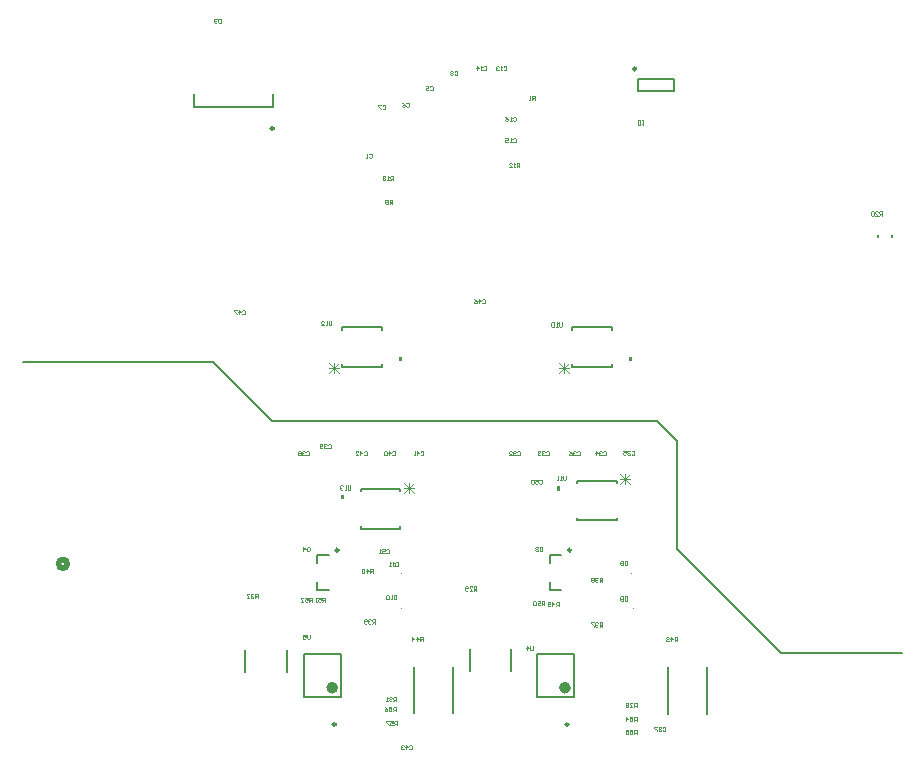
<source format=gbo>
G04*
G04 #@! TF.GenerationSoftware,Altium Limited,Altium Designer,20.2.6 (244)*
G04*
G04 Layer_Color=32896*
%FSLAX43Y43*%
%MOMM*%
G71*
G04*
G04 #@! TF.SameCoordinates,FCC3E3C9-18DB-4E89-A2CD-A50A35AB3564*
G04*
G04*
G04 #@! TF.FilePolarity,Positive*
G04*
G01*
G75*
%ADD11C,0.500*%
%ADD12C,0.250*%
%ADD14C,0.100*%
%ADD15C,0.508*%
%ADD16C,0.152*%
%ADD17C,0.200*%
%ADD18C,0.127*%
%ADD19C,0.076*%
%ADD20C,0.050*%
G36*
X27469Y23791D02*
X27215D01*
Y23410D01*
X27469D01*
Y23791D01*
D02*
G37*
G36*
X32131Y35109D02*
X32385D01*
Y35490D01*
X32131D01*
Y35109D01*
D02*
G37*
G36*
X45769Y24491D02*
X45515D01*
Y24110D01*
X45769D01*
Y24491D01*
D02*
G37*
G36*
X51631Y35109D02*
X51885D01*
Y35490D01*
X51631D01*
Y35109D01*
D02*
G37*
D11*
X26750Y7450D02*
G03*
X26750Y7450I-250J0D01*
G01*
X46450Y7448D02*
G03*
X46450Y7448I-250J0D01*
G01*
D12*
X21550Y54800D02*
G03*
X21550Y54800I-125J0D01*
G01*
X26800Y4350D02*
G03*
X26800Y4350I-125J0D01*
G01*
X46500Y4348D02*
G03*
X46500Y4348I-125J0D01*
G01*
X52225Y59850D02*
G03*
X52225Y59850I-125J0D01*
G01*
X27025Y19100D02*
G03*
X27025Y19100I-125J0D01*
G01*
X46725D02*
G03*
X46725Y19100I-125J0D01*
G01*
D14*
X32400Y17150D02*
G03*
X32400Y17150I-50J0D01*
G01*
X32384Y14150D02*
G03*
X32384Y14150I-50J0D01*
G01*
X51900Y17150D02*
G03*
X51900Y17150I-50J0D01*
G01*
X52000Y14150D02*
G03*
X52000Y14150I-50J0D01*
G01*
D15*
X4081Y17936D02*
G03*
X4081Y17936I-381J0D01*
G01*
D16*
X50576Y21624D02*
Y21827D01*
Y24773D02*
Y24976D01*
X47224D02*
X50576D01*
X47224Y21624D02*
Y21827D01*
Y21624D02*
X50576D01*
X47224Y24773D02*
Y24976D01*
X32276Y20924D02*
Y21127D01*
Y24073D02*
Y24276D01*
X28924D02*
X32276D01*
X28924Y20924D02*
Y21127D01*
Y20924D02*
X32276D01*
X28924Y24073D02*
Y24276D01*
X46824Y37773D02*
Y37976D01*
Y34624D02*
Y34827D01*
Y34624D02*
X50176D01*
Y37773D02*
Y37976D01*
X46824D02*
X50176D01*
Y34624D02*
Y34827D01*
X27324Y37773D02*
Y37976D01*
Y34624D02*
Y34827D01*
Y34624D02*
X30676D01*
Y37773D02*
Y37976D01*
X27324D02*
X30676D01*
Y34624D02*
Y34827D01*
D17*
X21460Y56650D02*
Y57750D01*
X14760Y56650D02*
X21460D01*
X14760D02*
Y57750D01*
X24150Y6700D02*
X27250D01*
X24150D02*
Y10300D01*
X27250D01*
Y6700D02*
Y10300D01*
X43850Y6698D02*
X46950D01*
X43850D02*
Y10298D01*
X46950D01*
Y6698D02*
Y10298D01*
X52350Y58000D02*
Y59000D01*
X55450Y58000D02*
Y59000D01*
X52350D02*
X55450D01*
X52350Y58000D02*
X55450D01*
X54950Y5227D02*
Y9173D01*
X58250Y5227D02*
Y9173D01*
X22675Y8750D02*
Y10650D01*
X19125Y8750D02*
Y10650D01*
X25200Y18700D02*
X26200D01*
X25200Y18000D02*
Y18700D01*
Y15700D02*
X26200D01*
X25200D02*
Y16400D01*
X44900Y18700D02*
X45900D01*
X44900Y18000D02*
Y18700D01*
Y15700D02*
X45900D01*
X44900D02*
Y16400D01*
X72725Y45600D02*
Y45800D01*
X73875Y45600D02*
Y45800D01*
X38125Y8850D02*
Y10750D01*
X41675Y8850D02*
Y10750D01*
X36734Y5277D02*
Y9223D01*
X33434Y5277D02*
Y9223D01*
D18*
X300Y35000D02*
X16400Y35000D01*
X21400Y30000D01*
X54000D01*
X55700Y28300D01*
Y19200D02*
Y28300D01*
Y19200D02*
X64500Y10400D01*
X74700D01*
D19*
X51685Y25511D02*
X50838Y24665D01*
X51685D02*
X50838Y25511D01*
X51685Y25088D02*
X50838D01*
X51262Y24665D02*
Y25511D01*
X33385Y24811D02*
X32538Y23965D01*
X33385D02*
X32538Y24811D01*
X33385Y24388D02*
X32538D01*
X32962Y23965D02*
Y24811D01*
X45715Y34089D02*
X46562Y34935D01*
X45715D02*
X46562Y34089D01*
X45715Y34512D02*
X46562D01*
X46138Y34935D02*
Y34089D01*
X26215D02*
X27062Y34935D01*
X26215D02*
X27062Y34089D01*
X26215Y34512D02*
X27062D01*
X26638Y34935D02*
Y34089D01*
D20*
X31967Y4273D02*
Y4623D01*
X31792D01*
X31733Y4565D01*
Y4448D01*
X31792Y4390D01*
X31967D01*
X31850D02*
X31733Y4273D01*
X31383Y4623D02*
X31617D01*
Y4448D01*
X31500Y4506D01*
X31442D01*
X31383Y4448D01*
Y4332D01*
X31442Y4273D01*
X31558D01*
X31617Y4332D01*
X31267Y4623D02*
X31033D01*
Y4565D01*
X31267Y4332D01*
Y4273D01*
X31867Y5473D02*
Y5823D01*
X31692D01*
X31633Y5765D01*
Y5648D01*
X31692Y5590D01*
X31867D01*
X31750D02*
X31633Y5473D01*
X31283Y5823D02*
X31517D01*
Y5648D01*
X31400Y5706D01*
X31342D01*
X31283Y5648D01*
Y5532D01*
X31342Y5473D01*
X31458D01*
X31517Y5532D01*
X30933Y5823D02*
X31050Y5765D01*
X31167Y5648D01*
Y5532D01*
X31108Y5473D01*
X30992D01*
X30933Y5532D01*
Y5590D01*
X30992Y5648D01*
X31167D01*
X52267Y3525D02*
Y3875D01*
X52092D01*
X52033Y3817D01*
Y3700D01*
X52092Y3642D01*
X52267D01*
X52150D02*
X52033Y3525D01*
X51683Y3875D02*
X51917D01*
Y3700D01*
X51800Y3758D01*
X51742D01*
X51683Y3700D01*
Y3583D01*
X51742Y3525D01*
X51858D01*
X51917Y3583D01*
X51333Y3875D02*
X51567D01*
Y3700D01*
X51450Y3758D01*
X51392D01*
X51333Y3700D01*
Y3583D01*
X51392Y3525D01*
X51508D01*
X51567Y3583D01*
X52267Y4625D02*
Y4975D01*
X52092D01*
X52033Y4917D01*
Y4800D01*
X52092Y4742D01*
X52267D01*
X52150D02*
X52033Y4625D01*
X51683Y4975D02*
X51917D01*
Y4800D01*
X51800Y4858D01*
X51742D01*
X51683Y4800D01*
Y4683D01*
X51742Y4625D01*
X51858D01*
X51917Y4683D01*
X51392Y4625D02*
Y4975D01*
X51567Y4800D01*
X51333D01*
X24767Y14725D02*
Y15075D01*
X24592D01*
X24533Y15017D01*
Y14900D01*
X24592Y14842D01*
X24767D01*
X24650D02*
X24533Y14725D01*
X24183Y15075D02*
X24417D01*
Y14900D01*
X24300Y14958D01*
X24242D01*
X24183Y14900D01*
Y14783D01*
X24242Y14725D01*
X24358D01*
X24417Y14783D01*
X23833Y14725D02*
X24067D01*
X23833Y14958D01*
Y15017D01*
X23892Y15075D01*
X24008D01*
X24067Y15017D01*
X25908Y14725D02*
Y15075D01*
X25733D01*
X25675Y15017D01*
Y14900D01*
X25733Y14842D01*
X25908D01*
X25792D02*
X25675Y14725D01*
X25325Y15075D02*
X25558D01*
Y14900D01*
X25442Y14958D01*
X25383D01*
X25325Y14900D01*
Y14783D01*
X25383Y14725D01*
X25500D01*
X25558Y14783D01*
X25208Y14725D02*
X25092D01*
X25150D01*
Y15075D01*
X25208Y15017D01*
X44467Y14425D02*
Y14775D01*
X44292D01*
X44233Y14717D01*
Y14600D01*
X44292Y14542D01*
X44467D01*
X44350D02*
X44233Y14425D01*
X43883Y14775D02*
X44117D01*
Y14600D01*
X44000Y14658D01*
X43942D01*
X43883Y14600D01*
Y14483D01*
X43942Y14425D01*
X44058D01*
X44117Y14483D01*
X43767Y14717D02*
X43708Y14775D01*
X43592D01*
X43533Y14717D01*
Y14483D01*
X43592Y14425D01*
X43708D01*
X43767Y14483D01*
Y14717D01*
X45667Y14331D02*
Y14681D01*
X45492D01*
X45433Y14622D01*
Y14506D01*
X45492Y14447D01*
X45667D01*
X45550D02*
X45433Y14331D01*
X45142D02*
Y14681D01*
X45317Y14506D01*
X45083D01*
X44967Y14389D02*
X44908Y14331D01*
X44792D01*
X44733Y14389D01*
Y14622D01*
X44792Y14681D01*
X44908D01*
X44967Y14622D01*
Y14564D01*
X44908Y14506D01*
X44733D01*
X31075Y19117D02*
X31133Y19175D01*
X31250D01*
X31308Y19117D01*
Y18883D01*
X31250Y18825D01*
X31133D01*
X31075Y18883D01*
X30725Y19175D02*
X30958D01*
Y19000D01*
X30842Y19058D01*
X30783D01*
X30725Y19000D01*
Y18883D01*
X30783Y18825D01*
X30900D01*
X30958Y18883D01*
X30608Y18825D02*
X30492D01*
X30550D01*
Y19175D01*
X30608Y19117D01*
X44033Y25017D02*
X44092Y25075D01*
X44208D01*
X44267Y25017D01*
Y24783D01*
X44208Y24725D01*
X44092D01*
X44033Y24783D01*
X43683Y25075D02*
X43917D01*
Y24900D01*
X43800Y24958D01*
X43742D01*
X43683Y24900D01*
Y24783D01*
X43742Y24725D01*
X43858D01*
X43917Y24783D01*
X43567Y25017D02*
X43508Y25075D01*
X43392D01*
X43333Y25017D01*
Y24783D01*
X43392Y24725D01*
X43508D01*
X43567Y24783D01*
Y25017D01*
X28037Y24575D02*
Y24283D01*
X27979Y24225D01*
X27862D01*
X27804Y24283D01*
Y24575D01*
X27687Y24225D02*
X27571D01*
X27629D01*
Y24575D01*
X27687Y24517D01*
X27396D02*
X27338Y24575D01*
X27221D01*
X27163Y24517D01*
Y24458D01*
X27221Y24400D01*
X27279D01*
X27221D01*
X27163Y24342D01*
Y24283D01*
X27221Y24225D01*
X27338D01*
X27396Y24283D01*
X24299Y27419D02*
X24358Y27477D01*
X24474D01*
X24533Y27419D01*
Y27185D01*
X24474Y27127D01*
X24358D01*
X24299Y27185D01*
X24183Y27419D02*
X24125Y27477D01*
X24008D01*
X23950Y27419D01*
Y27360D01*
X24008Y27302D01*
X24066D01*
X24008D01*
X23950Y27244D01*
Y27185D01*
X24008Y27127D01*
X24125D01*
X24183Y27185D01*
X23833Y27419D02*
X23775Y27477D01*
X23658D01*
X23600Y27419D01*
Y27360D01*
X23658Y27302D01*
X23600Y27244D01*
Y27185D01*
X23658Y27127D01*
X23775D01*
X23833Y27185D01*
Y27244D01*
X23775Y27302D01*
X23833Y27360D01*
Y27419D01*
X23775Y27302D02*
X23658D01*
X34167Y11425D02*
Y11775D01*
X33992D01*
X33933Y11717D01*
Y11600D01*
X33992Y11542D01*
X34167D01*
X34050D02*
X33933Y11425D01*
X33642D02*
Y11775D01*
X33817Y11600D01*
X33583D01*
X33292Y11425D02*
Y11775D01*
X33467Y11600D01*
X33233D01*
X55723Y11385D02*
Y11734D01*
X55548D01*
X55490Y11676D01*
Y11560D01*
X55548Y11501D01*
X55723D01*
X55606D02*
X55490Y11385D01*
X55198D02*
Y11734D01*
X55373Y11560D01*
X55140D01*
X55023Y11676D02*
X54965Y11734D01*
X54848D01*
X54790Y11676D01*
Y11618D01*
X54848Y11560D01*
X54907D01*
X54848D01*
X54790Y11501D01*
Y11443D01*
X54848Y11385D01*
X54965D01*
X55023Y11443D01*
X29931Y17188D02*
Y17537D01*
X29756D01*
X29698Y17479D01*
Y17363D01*
X29756Y17304D01*
X29931D01*
X29814D02*
X29698Y17188D01*
X29406D02*
Y17537D01*
X29581Y17363D01*
X29348D01*
X29231Y17479D02*
X29173Y17537D01*
X29056D01*
X28998Y17479D01*
Y17246D01*
X29056Y17188D01*
X29173D01*
X29231Y17246D01*
Y17479D01*
X30119Y12885D02*
Y13235D01*
X29944D01*
X29886Y13177D01*
Y13060D01*
X29944Y13002D01*
X30119D01*
X30002D02*
X29886Y12885D01*
X29769Y13177D02*
X29711Y13235D01*
X29594D01*
X29536Y13177D01*
Y13118D01*
X29594Y13060D01*
X29652D01*
X29594D01*
X29536Y13002D01*
Y12944D01*
X29594Y12885D01*
X29711D01*
X29769Y12944D01*
X29419D02*
X29361Y12885D01*
X29244D01*
X29186Y12944D01*
Y13177D01*
X29244Y13235D01*
X29361D01*
X29419Y13177D01*
Y13118D01*
X29361Y13060D01*
X29186D01*
X49367Y16425D02*
Y16775D01*
X49192D01*
X49133Y16717D01*
Y16600D01*
X49192Y16542D01*
X49367D01*
X49250D02*
X49133Y16425D01*
X49017Y16717D02*
X48958Y16775D01*
X48842D01*
X48783Y16717D01*
Y16658D01*
X48842Y16600D01*
X48900D01*
X48842D01*
X48783Y16542D01*
Y16483D01*
X48842Y16425D01*
X48958D01*
X49017Y16483D01*
X48667Y16717D02*
X48608Y16775D01*
X48492D01*
X48433Y16717D01*
Y16658D01*
X48492Y16600D01*
X48433Y16542D01*
Y16483D01*
X48492Y16425D01*
X48608D01*
X48667Y16483D01*
Y16542D01*
X48608Y16600D01*
X48667Y16658D01*
Y16717D01*
X48608Y16600D02*
X48492D01*
X49367Y12625D02*
Y12975D01*
X49192D01*
X49133Y12917D01*
Y12800D01*
X49192Y12742D01*
X49367D01*
X49250D02*
X49133Y12625D01*
X49017Y12917D02*
X48958Y12975D01*
X48842D01*
X48783Y12917D01*
Y12858D01*
X48842Y12800D01*
X48900D01*
X48842D01*
X48783Y12742D01*
Y12683D01*
X48842Y12625D01*
X48958D01*
X49017Y12683D01*
X48667Y12975D02*
X48433D01*
Y12917D01*
X48667Y12683D01*
Y12625D01*
X18893Y39365D02*
X18951Y39423D01*
X19068D01*
X19126Y39365D01*
Y39132D01*
X19068Y39073D01*
X18951D01*
X18893Y39132D01*
X18601Y39073D02*
Y39423D01*
X18776Y39248D01*
X18543D01*
X18426Y39423D02*
X18193D01*
Y39365D01*
X18426Y39132D01*
Y39073D01*
X39189Y40271D02*
X39247Y40329D01*
X39364D01*
X39422Y40271D01*
Y40038D01*
X39364Y39980D01*
X39247D01*
X39189Y40038D01*
X38898Y39980D02*
Y40329D01*
X39073Y40155D01*
X38839D01*
X38489Y40329D02*
X38606Y40271D01*
X38723Y40155D01*
Y40038D01*
X38664Y39980D01*
X38548D01*
X38489Y40038D01*
Y40096D01*
X38548Y40155D01*
X38723D01*
X26437Y38475D02*
Y38183D01*
X26379Y38125D01*
X26262D01*
X26204Y38183D01*
Y38475D01*
X26087Y38125D02*
X25971D01*
X26029D01*
Y38475D01*
X26087Y38417D01*
X25563Y38125D02*
X25796D01*
X25563Y38358D01*
Y38417D01*
X25621Y38475D01*
X25738D01*
X25796Y38417D01*
X46279Y25375D02*
Y25083D01*
X46221Y25025D01*
X46104D01*
X46046Y25083D01*
Y25375D01*
X45929Y25025D02*
X45813D01*
X45871D01*
Y25375D01*
X45929Y25317D01*
X45638Y25025D02*
X45521D01*
X45579D01*
Y25375D01*
X45638Y25317D01*
X45937Y38375D02*
Y38083D01*
X45879Y38025D01*
X45762D01*
X45704Y38083D01*
Y38375D01*
X45587Y38025D02*
X45471D01*
X45529D01*
Y38375D01*
X45587Y38317D01*
X45296D02*
X45238Y38375D01*
X45121D01*
X45063Y38317D01*
Y38083D01*
X45121Y38025D01*
X45238D01*
X45296Y38083D01*
Y38317D01*
X24589Y11921D02*
Y11629D01*
X24530Y11571D01*
X24414D01*
X24355Y11629D01*
Y11921D01*
X24005D02*
X24239D01*
Y11746D01*
X24122Y11804D01*
X24064D01*
X24005Y11746D01*
Y11629D01*
X24064Y11571D01*
X24180D01*
X24239Y11629D01*
X43492Y10973D02*
Y10682D01*
X43433Y10623D01*
X43317D01*
X43258Y10682D01*
Y10973D01*
X42967Y10623D02*
Y10973D01*
X43142Y10798D01*
X42908D01*
X20182Y15075D02*
Y15425D01*
X20007D01*
X19949Y15367D01*
Y15250D01*
X20007Y15192D01*
X20182D01*
X20066D02*
X19949Y15075D01*
X19832Y15367D02*
X19774Y15425D01*
X19657D01*
X19599Y15367D01*
Y15308D01*
X19657Y15250D01*
X19716D01*
X19657D01*
X19599Y15192D01*
Y15133D01*
X19657Y15075D01*
X19774D01*
X19832Y15133D01*
X19249Y15075D02*
X19482D01*
X19249Y15308D01*
Y15367D01*
X19308Y15425D01*
X19424D01*
X19482Y15367D01*
X31908Y6329D02*
Y6679D01*
X31733D01*
X31675Y6620D01*
Y6504D01*
X31733Y6445D01*
X31908D01*
X31792D02*
X31675Y6329D01*
X31558Y6620D02*
X31500Y6679D01*
X31383D01*
X31325Y6620D01*
Y6562D01*
X31383Y6504D01*
X31442D01*
X31383D01*
X31325Y6445D01*
Y6387D01*
X31383Y6329D01*
X31500D01*
X31558Y6387D01*
X31208Y6329D02*
X31092D01*
X31150D01*
Y6679D01*
X31208Y6620D01*
X38711Y15674D02*
Y16024D01*
X38536D01*
X38478Y15965D01*
Y15849D01*
X38536Y15790D01*
X38711D01*
X38594D02*
X38478Y15674D01*
X38128D02*
X38361D01*
X38128Y15907D01*
Y15965D01*
X38186Y16024D01*
X38303D01*
X38361Y15965D01*
X38011Y15732D02*
X37953Y15674D01*
X37836D01*
X37778Y15732D01*
Y15965D01*
X37836Y16024D01*
X37953D01*
X38011Y15965D01*
Y15907D01*
X37953Y15849D01*
X37778D01*
X52267Y5825D02*
Y6175D01*
X52092D01*
X52033Y6117D01*
Y6000D01*
X52092Y5942D01*
X52267D01*
X52150D02*
X52033Y5825D01*
X51683D02*
X51917D01*
X51683Y6058D01*
Y6117D01*
X51742Y6175D01*
X51858D01*
X51917Y6117D01*
X51567D02*
X51508Y6175D01*
X51392D01*
X51333Y6117D01*
Y6058D01*
X51392Y6000D01*
X51333Y5942D01*
Y5883D01*
X51392Y5825D01*
X51508D01*
X51567Y5883D01*
Y5942D01*
X51508Y6000D01*
X51567Y6058D01*
Y6117D01*
X51508Y6000D02*
X51392D01*
X73067Y47425D02*
Y47775D01*
X72892D01*
X72833Y47717D01*
Y47600D01*
X72892Y47542D01*
X73067D01*
X72950D02*
X72833Y47425D01*
X72483D02*
X72717D01*
X72483Y47658D01*
Y47717D01*
X72542Y47775D01*
X72658D01*
X72717Y47717D01*
X72367D02*
X72308Y47775D01*
X72192D01*
X72133Y47717D01*
Y47483D01*
X72192Y47425D01*
X72308D01*
X72367Y47483D01*
Y47717D01*
X31637Y50425D02*
Y50775D01*
X31462D01*
X31404Y50717D01*
Y50600D01*
X31462Y50542D01*
X31637D01*
X31521D02*
X31404Y50425D01*
X31287D02*
X31171D01*
X31229D01*
Y50775D01*
X31287Y50717D01*
X30996D02*
X30938Y50775D01*
X30821D01*
X30763Y50717D01*
Y50658D01*
X30821Y50600D01*
X30879D01*
X30821D01*
X30763Y50542D01*
Y50483D01*
X30821Y50425D01*
X30938D01*
X30996Y50483D01*
X42337Y51534D02*
Y51883D01*
X42162D01*
X42104Y51825D01*
Y51708D01*
X42162Y51650D01*
X42337D01*
X42221D02*
X42104Y51534D01*
X41987D02*
X41871D01*
X41929D01*
Y51883D01*
X41987Y51825D01*
X41463Y51534D02*
X41696D01*
X41463Y51767D01*
Y51825D01*
X41521Y51883D01*
X41638D01*
X41696Y51825D01*
X31592Y48425D02*
Y48775D01*
X31417D01*
X31358Y48717D01*
Y48600D01*
X31417Y48542D01*
X31592D01*
X31475D02*
X31358Y48425D01*
X31242Y48483D02*
X31183Y48425D01*
X31067D01*
X31008Y48483D01*
Y48717D01*
X31067Y48775D01*
X31183D01*
X31242Y48717D01*
Y48658D01*
X31183Y48600D01*
X31008D01*
X43633Y57225D02*
Y57575D01*
X43458D01*
X43400Y57517D01*
Y57400D01*
X43458Y57342D01*
X43633D01*
X43517D02*
X43400Y57225D01*
X43283D02*
X43167D01*
X43225D01*
Y57575D01*
X43283Y57517D01*
X24358Y19083D02*
Y19317D01*
X24417Y19375D01*
X24533D01*
X24592Y19317D01*
Y19083D01*
X24533Y19025D01*
X24417D01*
X24475Y19142D02*
X24358Y19025D01*
X24417D02*
X24358Y19083D01*
X24067Y19025D02*
Y19375D01*
X24242Y19200D01*
X24008D01*
X44058Y19083D02*
Y19317D01*
X44117Y19375D01*
X44233D01*
X44292Y19317D01*
Y19083D01*
X44233Y19025D01*
X44117D01*
X44175Y19142D02*
X44058Y19025D01*
X44117D02*
X44058Y19083D01*
X43942Y19317D02*
X43883Y19375D01*
X43767D01*
X43708Y19317D01*
Y19258D01*
X43767Y19200D01*
X43825D01*
X43767D01*
X43708Y19142D01*
Y19083D01*
X43767Y19025D01*
X43883D01*
X43942Y19083D01*
X32079Y18075D02*
Y17725D01*
X31904D01*
X31846Y17783D01*
Y18017D01*
X31904Y18075D01*
X32079D01*
X31729Y17725D02*
X31613D01*
X31671D01*
Y18075D01*
X31729Y18017D01*
X31438Y17725D02*
X31321D01*
X31379D01*
Y18075D01*
X31438Y18017D01*
X31937Y15275D02*
Y14925D01*
X31762D01*
X31704Y14983D01*
Y15217D01*
X31762Y15275D01*
X31937D01*
X31587Y14925D02*
X31471D01*
X31529D01*
Y15275D01*
X31587Y15217D01*
X31296D02*
X31238Y15275D01*
X31121D01*
X31063Y15217D01*
Y14983D01*
X31121Y14925D01*
X31238D01*
X31296Y14983D01*
Y15217D01*
X51492Y18175D02*
Y17825D01*
X51317D01*
X51258Y17883D01*
Y18117D01*
X51317Y18175D01*
X51492D01*
X51142Y17883D02*
X51083Y17825D01*
X50967D01*
X50908Y17883D01*
Y18117D01*
X50967Y18175D01*
X51083D01*
X51142Y18117D01*
Y18058D01*
X51083Y18000D01*
X50908D01*
X51492Y15175D02*
Y14825D01*
X51317D01*
X51258Y14883D01*
Y15117D01*
X51317Y15175D01*
X51492D01*
X51142Y15117D02*
X51083Y15175D01*
X50967D01*
X50908Y15117D01*
Y15058D01*
X50967Y15000D01*
X50908Y14942D01*
Y14883D01*
X50967Y14825D01*
X51083D01*
X51142Y14883D01*
Y14942D01*
X51083Y15000D01*
X51142Y15058D01*
Y15117D01*
X51083Y15000D02*
X50967D01*
X17086Y64108D02*
Y63758D01*
X16911D01*
X16853Y63817D01*
Y64050D01*
X16911Y64108D01*
X17086D01*
X16737Y64050D02*
X16678Y64108D01*
X16562D01*
X16503Y64050D01*
Y63992D01*
X16562Y63933D01*
X16620D01*
X16562D01*
X16503Y63875D01*
Y63817D01*
X16562Y63758D01*
X16678D01*
X16737Y63817D01*
X52367Y55125D02*
Y55475D01*
X52542D01*
X52600Y55417D01*
Y55183D01*
X52542Y55125D01*
X52367D01*
X52717Y55475D02*
X52833D01*
X52775D01*
Y55125D01*
X52717Y55183D01*
X33033Y2517D02*
X33092Y2575D01*
X33208D01*
X33267Y2517D01*
Y2283D01*
X33208Y2225D01*
X33092D01*
X33033Y2283D01*
X32742Y2225D02*
Y2575D01*
X32917Y2400D01*
X32683D01*
X32567Y2517D02*
X32508Y2575D01*
X32392D01*
X32333Y2517D01*
Y2458D01*
X32392Y2400D01*
X32450D01*
X32392D01*
X32333Y2342D01*
Y2283D01*
X32392Y2225D01*
X32508D01*
X32567Y2283D01*
X29180Y27420D02*
X29239Y27478D01*
X29355D01*
X29414Y27420D01*
Y27187D01*
X29355Y27128D01*
X29239D01*
X29180Y27187D01*
X28889Y27128D02*
Y27478D01*
X29064Y27303D01*
X28831D01*
X28481Y27128D02*
X28714D01*
X28481Y27361D01*
Y27420D01*
X28539Y27478D01*
X28656D01*
X28714Y27420D01*
X33996D02*
X34054Y27478D01*
X34171D01*
X34229Y27420D01*
Y27187D01*
X34171Y27128D01*
X34054D01*
X33996Y27187D01*
X33704Y27128D02*
Y27478D01*
X33879Y27303D01*
X33646D01*
X33529Y27128D02*
X33413D01*
X33471D01*
Y27478D01*
X33529Y27420D01*
X31601D02*
X31660Y27478D01*
X31776D01*
X31835Y27420D01*
Y27187D01*
X31776Y27128D01*
X31660D01*
X31601Y27187D01*
X31310Y27128D02*
Y27478D01*
X31485Y27303D01*
X31251D01*
X31135Y27420D02*
X31076Y27478D01*
X30960D01*
X30901Y27420D01*
Y27187D01*
X30960Y27128D01*
X31076D01*
X31135Y27187D01*
Y27420D01*
X26133Y28017D02*
X26192Y28075D01*
X26308D01*
X26367Y28017D01*
Y27783D01*
X26308Y27725D01*
X26192D01*
X26133Y27783D01*
X26017Y28017D02*
X25958Y28075D01*
X25842D01*
X25783Y28017D01*
Y27958D01*
X25842Y27900D01*
X25900D01*
X25842D01*
X25783Y27842D01*
Y27783D01*
X25842Y27725D01*
X25958D01*
X26017Y27783D01*
X25667D02*
X25608Y27725D01*
X25492D01*
X25433Y27783D01*
Y28017D01*
X25492Y28075D01*
X25608D01*
X25667Y28017D01*
Y27958D01*
X25608Y27900D01*
X25433D01*
X54482Y4070D02*
X54540Y4128D01*
X54656D01*
X54715Y4070D01*
Y3837D01*
X54656Y3778D01*
X54540D01*
X54482Y3837D01*
X54365Y4070D02*
X54307Y4128D01*
X54190D01*
X54132Y4070D01*
Y4011D01*
X54190Y3953D01*
X54248D01*
X54190D01*
X54132Y3895D01*
Y3837D01*
X54190Y3778D01*
X54307D01*
X54365Y3837D01*
X54015Y4128D02*
X53782D01*
Y4070D01*
X54015Y3837D01*
Y3778D01*
X47233Y27417D02*
X47292Y27475D01*
X47408D01*
X47467Y27417D01*
Y27183D01*
X47408Y27125D01*
X47292D01*
X47233Y27183D01*
X47117Y27417D02*
X47058Y27475D01*
X46942D01*
X46883Y27417D01*
Y27358D01*
X46942Y27300D01*
X47000D01*
X46942D01*
X46883Y27242D01*
Y27183D01*
X46942Y27125D01*
X47058D01*
X47117Y27183D01*
X46533Y27475D02*
X46650Y27417D01*
X46767Y27300D01*
Y27183D01*
X46708Y27125D01*
X46592D01*
X46533Y27183D01*
Y27242D01*
X46592Y27300D01*
X46767D01*
X51848Y27452D02*
X51906Y27511D01*
X52023D01*
X52081Y27452D01*
Y27219D01*
X52023Y27161D01*
X51906D01*
X51848Y27219D01*
X51731Y27452D02*
X51673Y27511D01*
X51556D01*
X51498Y27452D01*
Y27394D01*
X51556Y27336D01*
X51614D01*
X51556D01*
X51498Y27277D01*
Y27219D01*
X51556Y27161D01*
X51673D01*
X51731Y27219D01*
X51148Y27511D02*
X51381D01*
Y27336D01*
X51265Y27394D01*
X51206D01*
X51148Y27336D01*
Y27219D01*
X51206Y27161D01*
X51323D01*
X51381Y27219D01*
X49438Y27402D02*
X49497Y27461D01*
X49613D01*
X49672Y27402D01*
Y27169D01*
X49613Y27111D01*
X49497D01*
X49438Y27169D01*
X49322Y27402D02*
X49263Y27461D01*
X49147D01*
X49088Y27402D01*
Y27344D01*
X49147Y27286D01*
X49205D01*
X49147D01*
X49088Y27227D01*
Y27169D01*
X49147Y27111D01*
X49263D01*
X49322Y27169D01*
X48797Y27111D02*
Y27461D01*
X48972Y27286D01*
X48738D01*
X44593Y27402D02*
X44652Y27461D01*
X44768D01*
X44827Y27402D01*
Y27169D01*
X44768Y27111D01*
X44652D01*
X44593Y27169D01*
X44477Y27402D02*
X44418Y27461D01*
X44302D01*
X44244Y27402D01*
Y27344D01*
X44302Y27286D01*
X44360D01*
X44302D01*
X44244Y27227D01*
Y27169D01*
X44302Y27111D01*
X44418D01*
X44477Y27169D01*
X44127Y27402D02*
X44069Y27461D01*
X43952D01*
X43894Y27402D01*
Y27344D01*
X43952Y27286D01*
X44010D01*
X43952D01*
X43894Y27227D01*
Y27169D01*
X43952Y27111D01*
X44069D01*
X44127Y27169D01*
X42178Y27402D02*
X42237Y27461D01*
X42353D01*
X42412Y27402D01*
Y27169D01*
X42353Y27111D01*
X42237D01*
X42178Y27169D01*
X42062Y27402D02*
X42003Y27461D01*
X41887D01*
X41828Y27402D01*
Y27344D01*
X41887Y27286D01*
X41945D01*
X41887D01*
X41828Y27227D01*
Y27169D01*
X41887Y27111D01*
X42003D01*
X42062Y27169D01*
X41479Y27111D02*
X41712D01*
X41479Y27344D01*
Y27402D01*
X41537Y27461D01*
X41653D01*
X41712Y27402D01*
X41804Y55717D02*
X41862Y55775D01*
X41979D01*
X42037Y55717D01*
Y55483D01*
X41979Y55425D01*
X41862D01*
X41804Y55483D01*
X41687Y55425D02*
X41571D01*
X41629D01*
Y55775D01*
X41687Y55717D01*
X41163Y55775D02*
X41279Y55717D01*
X41396Y55600D01*
Y55483D01*
X41338Y55425D01*
X41221D01*
X41163Y55483D01*
Y55542D01*
X41221Y55600D01*
X41396D01*
X41804Y53917D02*
X41862Y53975D01*
X41979D01*
X42037Y53917D01*
Y53683D01*
X41979Y53625D01*
X41862D01*
X41804Y53683D01*
X41687Y53625D02*
X41571D01*
X41629D01*
Y53975D01*
X41687Y53917D01*
X41163Y53975D02*
X41396D01*
Y53800D01*
X41279Y53858D01*
X41221D01*
X41163Y53800D01*
Y53683D01*
X41221Y53625D01*
X41338D01*
X41396Y53683D01*
X39304Y60017D02*
X39362Y60075D01*
X39479D01*
X39537Y60017D01*
Y59783D01*
X39479Y59725D01*
X39362D01*
X39304Y59783D01*
X39187Y59725D02*
X39071D01*
X39129D01*
Y60075D01*
X39187Y60017D01*
X38721Y59725D02*
Y60075D01*
X38896Y59900D01*
X38663D01*
X41004Y60017D02*
X41062Y60075D01*
X41179D01*
X41237Y60017D01*
Y59783D01*
X41179Y59725D01*
X41062D01*
X41004Y59783D01*
X40887Y59725D02*
X40771D01*
X40829D01*
Y60075D01*
X40887Y60017D01*
X40596D02*
X40538Y60075D01*
X40421D01*
X40363Y60017D01*
Y59958D01*
X40421Y59900D01*
X40479D01*
X40421D01*
X40363Y59842D01*
Y59783D01*
X40421Y59725D01*
X40538D01*
X40596Y59783D01*
X36858Y59617D02*
X36917Y59675D01*
X37033D01*
X37092Y59617D01*
Y59383D01*
X37033Y59325D01*
X36917D01*
X36858Y59383D01*
X36742Y59617D02*
X36683Y59675D01*
X36567D01*
X36508Y59617D01*
Y59558D01*
X36567Y59500D01*
X36508Y59442D01*
Y59383D01*
X36567Y59325D01*
X36683D01*
X36742Y59383D01*
Y59442D01*
X36683Y59500D01*
X36742Y59558D01*
Y59617D01*
X36683Y59500D02*
X36567D01*
X30758Y56717D02*
X30817Y56775D01*
X30933D01*
X30992Y56717D01*
Y56483D01*
X30933Y56425D01*
X30817D01*
X30758Y56483D01*
X30642Y56775D02*
X30408D01*
Y56717D01*
X30642Y56483D01*
Y56425D01*
X32758Y56917D02*
X32817Y56975D01*
X32933D01*
X32992Y56917D01*
Y56683D01*
X32933Y56625D01*
X32817D01*
X32758Y56683D01*
X32408Y56975D02*
X32525Y56917D01*
X32642Y56800D01*
Y56683D01*
X32583Y56625D01*
X32467D01*
X32408Y56683D01*
Y56742D01*
X32467Y56800D01*
X32642D01*
X34758Y58317D02*
X34817Y58375D01*
X34933D01*
X34992Y58317D01*
Y58083D01*
X34933Y58025D01*
X34817D01*
X34758Y58083D01*
X34408Y58375D02*
X34642D01*
Y58200D01*
X34525Y58258D01*
X34467D01*
X34408Y58200D01*
Y58083D01*
X34467Y58025D01*
X34583D01*
X34642Y58083D01*
X29600Y52619D02*
X29658Y52677D01*
X29775D01*
X29833Y52619D01*
Y52386D01*
X29775Y52327D01*
X29658D01*
X29600Y52386D01*
X29483Y52327D02*
X29367D01*
X29425D01*
Y52677D01*
X29483Y52619D01*
M02*

</source>
